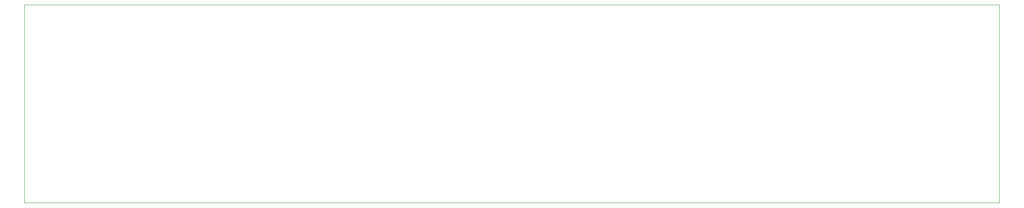
<source format=gm1>
G04 #@! TF.FileFunction,Profile,NP*
%FSLAX46Y46*%
G04 Gerber Fmt 4.6, Leading zero omitted, Abs format (unit mm)*
G04 Created by KiCad (PCBNEW 4.0.2-4+6225~38~ubuntu15.04.1-stable) date Fr 04 Mär 2016 18:58:51 CET*
%MOMM*%
G01*
G04 APERTURE LIST*
%ADD10C,0.150000*%
G04 APERTURE END LIST*
D10*
X0Y-80772000D02*
X0Y0D01*
X396748000Y-80772000D02*
X0Y-80772000D01*
X396748000Y0D02*
X396748000Y-80772000D01*
X0Y0D02*
X396748000Y0D01*
M02*

</source>
